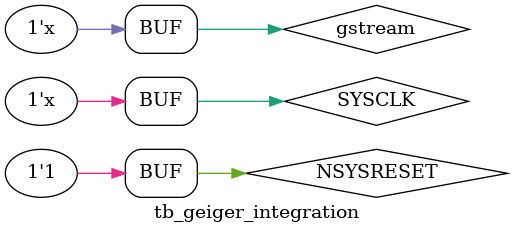
<source format=v>

`timescale 1ns/100ps

module tb_geiger_integration;

parameter SYSCLK_PERIOD = 20.8333;// 48.0001MHZ

reg SYSCLK;
reg NSYSRESET;
reg gstream;

initial
begin
    SYSCLK = 1'b0;
    NSYSRESET = 1'b0;
    gstream=1'b0;
end

//////////////////////////////////////////////////////////////////////
// Reset Pulse
//////////////////////////////////////////////////////////////////////
initial
begin
    #(SYSCLK_PERIOD * 10 )
        NSYSRESET = 1'b1;
    #(SYSCLK_PERIOD * 11 )
        NSYSRESET = 1'b0;
    #(SYSCLK_PERIOD * 12 )
        NSYSRESET = 1'b1;
end


//////////////////////////////////////////////////////////////////////
// Clock Driver
//////////////////////////////////////////////////////////////////////
always @(SYSCLK)
begin
    #(SYSCLK_PERIOD / 2.0) SYSCLK <= !SYSCLK;
end

always @(SYSCLK)
begin
    #(SYSCLK_PERIOD*1000000) gstream <= !gstream;
end

wire d0,d1,d2,d3,d4,d5,d6,d7;
//////////////////////////////////////////////////////////////////////
// Instantiate Unit Under Test:  geiger_integration
//////////////////////////////////////////////////////////////////////
geiger_integration geiger_integration_0 (
    // Inputs
    .CLK_48MHZ(SYSCLK),
    .G_STREAM(gstream),
    .BUF2_PBRST_N_T9(NSYSRESET),

    // Outputs
    .D0_OUT(d0 ),
    .D1_OUT( d1),
    .D2_OUT( d2),
    .D3_OUT( d3),
    .D4_OUT( d4),
    .D5_OUT( d5),
    .D6_OUT( d6),
    .D7_OUT( d7)

    // Inouts

);

endmodule


</source>
